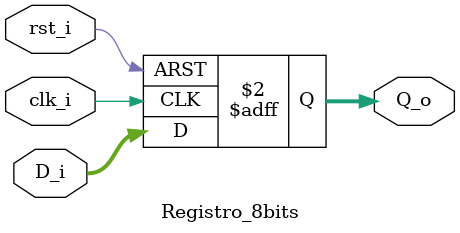
<source format=v>
`timescale 1ns / 1ps
module Registro_8bits(rst_i, clk_i,D_i,Q_o);
input rst_i, clk_i;
input [7:0] D_i;
output [7:0] Q_o;
reg [7:0] Q_o;

always @(posedge clk_i or posedge rst_i)
	if (rst_i)
		Q_o = 8'b00000000;
	else if(clk_i)
		Q_o = D_i;
	else	
		Q_o = 8'b11111111;

endmodule 
</source>
